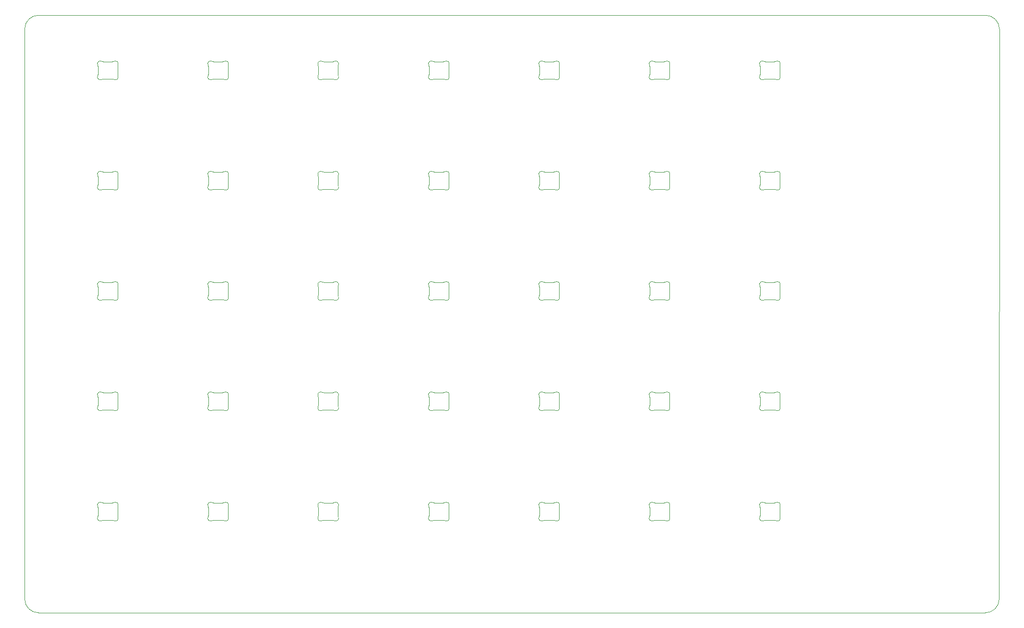
<source format=gm1>
%TF.GenerationSoftware,KiCad,Pcbnew,(6.0.6)*%
%TF.CreationDate,2022-08-07T16:47:02+08:00*%
%TF.ProjectId,5x07,35783037-2e6b-4696-9361-645f70636258,rev?*%
%TF.SameCoordinates,Original*%
%TF.FileFunction,Profile,NP*%
%FSLAX46Y46*%
G04 Gerber Fmt 4.6, Leading zero omitted, Abs format (unit mm)*
G04 Created by KiCad (PCBNEW (6.0.6)) date 2022-08-07 16:47:02*
%MOMM*%
%LPD*%
G01*
G04 APERTURE LIST*
%TA.AperFunction,Profile*%
%ADD10C,0.100000*%
%TD*%
G04 APERTURE END LIST*
D10*
X54768750Y-30162500D02*
G75*
G03*
X52387500Y-32543750I-50J-2381200D01*
G01*
X220662500Y-32543750D02*
G75*
G03*
X218281250Y-30162500I-2381200J50D01*
G01*
X52387500Y-130970172D02*
X52387500Y-32543750D01*
X218253460Y-133350010D02*
G75*
G03*
X220634710Y-130968750I40J2381210D01*
G01*
X52387578Y-130970172D02*
G75*
G03*
X54768750Y-133351422I2381322J72D01*
G01*
X220662500Y-32543750D02*
X220634710Y-130968750D01*
X54768750Y-30162500D02*
X218281250Y-30162500D01*
X218253460Y-133350000D02*
X54768750Y-133351422D01*
%TO.C,LED4*%
X123099298Y-41187500D02*
X124688203Y-41187500D01*
X124688202Y-38187501D02*
X123099298Y-38187501D01*
X122193751Y-40390341D02*
X122193751Y-38984657D01*
X125593749Y-40390343D02*
X125593749Y-38984659D01*
X122847039Y-38119204D02*
G75*
G03*
X122144266Y-38767781I-252258J-431700D01*
G01*
X124940461Y-41255799D02*
G75*
G03*
X125643234Y-40607221I252259J431699D01*
G01*
X125643235Y-38767779D02*
G75*
G03*
X125593749Y-38984656I450385J-216851D01*
G01*
X124688203Y-38187502D02*
G75*
G03*
X124940461Y-38119201I-93J500332D01*
G01*
X122144266Y-40607219D02*
G75*
G03*
X122193751Y-40390342I-450543J216885D01*
G01*
X124940461Y-41255798D02*
G75*
G03*
X124688202Y-41187499I-252161J-431342D01*
G01*
X123099297Y-41187501D02*
G75*
G03*
X122847039Y-41255800I3J-500009D01*
G01*
X125643234Y-38767779D02*
G75*
G03*
X124940461Y-38119201I-450514J216879D01*
G01*
X122193751Y-38984658D02*
G75*
G03*
X122144266Y-38767781I-499990J1D01*
G01*
X122847039Y-38119200D02*
G75*
G03*
X123099297Y-38187499I252166J431359D01*
G01*
X122144266Y-40607219D02*
G75*
G03*
X122847039Y-41255796I450515J-216877D01*
G01*
X125593735Y-40390341D02*
G75*
G03*
X125643234Y-40607219I499615J-59D01*
G01*
%TO.C,LED19*%
X106487499Y-78490343D02*
X106487499Y-77084659D01*
X103993048Y-79287500D02*
X105581953Y-79287500D01*
X105581952Y-76287501D02*
X103993048Y-76287501D01*
X103087501Y-78490341D02*
X103087501Y-77084657D01*
X105834211Y-79355799D02*
G75*
G03*
X106536984Y-78707221I252259J431699D01*
G01*
X103740789Y-76219204D02*
G75*
G03*
X103038016Y-76867781I-252258J-431700D01*
G01*
X106536985Y-76867779D02*
G75*
G03*
X106487499Y-77084656I450385J-216851D01*
G01*
X103740789Y-76219200D02*
G75*
G03*
X103993047Y-76287499I252166J431359D01*
G01*
X103038016Y-78707219D02*
G75*
G03*
X103087501Y-78490342I-450543J216885D01*
G01*
X103993047Y-79287501D02*
G75*
G03*
X103740789Y-79355800I3J-500009D01*
G01*
X105581953Y-76287502D02*
G75*
G03*
X105834211Y-76219201I-93J500332D01*
G01*
X106487485Y-78490341D02*
G75*
G03*
X106536984Y-78707219I499615J-59D01*
G01*
X106536984Y-76867779D02*
G75*
G03*
X105834211Y-76219201I-450514J216879D01*
G01*
X105834211Y-79355798D02*
G75*
G03*
X105581952Y-79287499I-252161J-431342D01*
G01*
X103087501Y-77084658D02*
G75*
G03*
X103038016Y-76867781I-499990J1D01*
G01*
X103038016Y-78707219D02*
G75*
G03*
X103740789Y-79355796I450515J-216877D01*
G01*
%TO.C,LED18*%
X123099298Y-79287500D02*
X124688203Y-79287500D01*
X124688202Y-76287501D02*
X123099298Y-76287501D01*
X125593749Y-78490343D02*
X125593749Y-77084659D01*
X122193751Y-78490341D02*
X122193751Y-77084657D01*
X122847039Y-76219204D02*
G75*
G03*
X122144266Y-76867781I-252258J-431700D01*
G01*
X122144266Y-78707219D02*
G75*
G03*
X122847039Y-79355796I450515J-216877D01*
G01*
X122193751Y-77084658D02*
G75*
G03*
X122144266Y-76867781I-499990J1D01*
G01*
X124940461Y-79355798D02*
G75*
G03*
X124688202Y-79287499I-252161J-431342D01*
G01*
X125643234Y-76867779D02*
G75*
G03*
X124940461Y-76219201I-450514J216879D01*
G01*
X125593735Y-78490341D02*
G75*
G03*
X125643234Y-78707219I499615J-59D01*
G01*
X124688203Y-76287502D02*
G75*
G03*
X124940461Y-76219201I-93J500332D01*
G01*
X123099297Y-79287501D02*
G75*
G03*
X122847039Y-79355800I3J-500009D01*
G01*
X122144266Y-78707219D02*
G75*
G03*
X122193751Y-78490342I-450543J216885D01*
G01*
X124940461Y-79355799D02*
G75*
G03*
X125643234Y-78707221I252259J431699D01*
G01*
X122847039Y-76219200D02*
G75*
G03*
X123099297Y-76287499I252166J431359D01*
G01*
X125643235Y-76867779D02*
G75*
G03*
X125593749Y-77084656I450385J-216851D01*
G01*
%TO.C,LED34*%
X87493749Y-116590343D02*
X87493749Y-115184659D01*
X86588202Y-114387501D02*
X84999298Y-114387501D01*
X84999298Y-117387500D02*
X86588203Y-117387500D01*
X84093751Y-116590341D02*
X84093751Y-115184657D01*
X87543235Y-114967779D02*
G75*
G03*
X87493749Y-115184656I450385J-216851D01*
G01*
X84093751Y-115184658D02*
G75*
G03*
X84044266Y-114967781I-499990J1D01*
G01*
X84747039Y-114319200D02*
G75*
G03*
X84999297Y-114387499I252166J431359D01*
G01*
X87493735Y-116590341D02*
G75*
G03*
X87543234Y-116807219I499615J-59D01*
G01*
X87543234Y-114967779D02*
G75*
G03*
X86840461Y-114319201I-450514J216879D01*
G01*
X86840461Y-117455798D02*
G75*
G03*
X86588202Y-117387499I-252161J-431342D01*
G01*
X84999297Y-117387501D02*
G75*
G03*
X84747039Y-117455800I3J-500009D01*
G01*
X86588203Y-114387502D02*
G75*
G03*
X86840461Y-114319201I-93J500332D01*
G01*
X84044266Y-116807219D02*
G75*
G03*
X84747039Y-117455796I450515J-216877D01*
G01*
X86840461Y-117455799D02*
G75*
G03*
X87543234Y-116807221I252259J431699D01*
G01*
X84044266Y-116807219D02*
G75*
G03*
X84093751Y-116590342I-450543J216885D01*
G01*
X84747039Y-114319204D02*
G75*
G03*
X84044266Y-114967781I-252258J-431700D01*
G01*
%TO.C,LED7*%
X65949298Y-41187500D02*
X67538203Y-41187500D01*
X65043751Y-40390341D02*
X65043751Y-38984657D01*
X68443749Y-40390343D02*
X68443749Y-38984659D01*
X67538202Y-38187501D02*
X65949298Y-38187501D01*
X65043751Y-38984658D02*
G75*
G03*
X64994266Y-38767781I-499990J1D01*
G01*
X64994266Y-40607219D02*
G75*
G03*
X65697039Y-41255796I450515J-216877D01*
G01*
X68493235Y-38767779D02*
G75*
G03*
X68443749Y-38984656I450385J-216851D01*
G01*
X67538203Y-38187502D02*
G75*
G03*
X67790461Y-38119201I-93J500332D01*
G01*
X68443735Y-40390341D02*
G75*
G03*
X68493234Y-40607219I499615J-59D01*
G01*
X67790461Y-41255798D02*
G75*
G03*
X67538202Y-41187499I-252161J-431342D01*
G01*
X65697039Y-38119200D02*
G75*
G03*
X65949297Y-38187499I252166J431359D01*
G01*
X64994266Y-40607219D02*
G75*
G03*
X65043751Y-40390342I-450543J216885D01*
G01*
X65949297Y-41187501D02*
G75*
G03*
X65697039Y-41255800I3J-500009D01*
G01*
X65697039Y-38119204D02*
G75*
G03*
X64994266Y-38767781I-252258J-431700D01*
G01*
X68493234Y-38767779D02*
G75*
G03*
X67790461Y-38119201I-450514J216879D01*
G01*
X67790461Y-41255799D02*
G75*
G03*
X68493234Y-40607221I252259J431699D01*
G01*
%TO.C,LED20*%
X84999298Y-79287500D02*
X86588203Y-79287500D01*
X84093751Y-78490341D02*
X84093751Y-77084657D01*
X87493749Y-78490343D02*
X87493749Y-77084659D01*
X86588202Y-76287501D02*
X84999298Y-76287501D01*
X84999297Y-79287501D02*
G75*
G03*
X84747039Y-79355800I3J-500009D01*
G01*
X84044266Y-78707219D02*
G75*
G03*
X84747039Y-79355796I450515J-216877D01*
G01*
X86588203Y-76287502D02*
G75*
G03*
X86840461Y-76219201I-93J500332D01*
G01*
X84044266Y-78707219D02*
G75*
G03*
X84093751Y-78490342I-450543J216885D01*
G01*
X84747039Y-76219204D02*
G75*
G03*
X84044266Y-76867781I-252258J-431700D01*
G01*
X87493735Y-78490341D02*
G75*
G03*
X87543234Y-78707219I499615J-59D01*
G01*
X86840461Y-79355799D02*
G75*
G03*
X87543234Y-78707221I252259J431699D01*
G01*
X87543234Y-76867779D02*
G75*
G03*
X86840461Y-76219201I-450514J216879D01*
G01*
X87543235Y-76867779D02*
G75*
G03*
X87493749Y-77084656I450385J-216851D01*
G01*
X86840461Y-79355798D02*
G75*
G03*
X86588202Y-79287499I-252161J-431342D01*
G01*
X84747039Y-76219200D02*
G75*
G03*
X84999297Y-76287499I252166J431359D01*
G01*
X84093751Y-77084658D02*
G75*
G03*
X84044266Y-76867781I-499990J1D01*
G01*
%TO.C,LED11*%
X125593749Y-59440343D02*
X125593749Y-58034659D01*
X122193751Y-59440341D02*
X122193751Y-58034657D01*
X124688202Y-57237501D02*
X123099298Y-57237501D01*
X123099298Y-60237500D02*
X124688203Y-60237500D01*
X124940461Y-60305799D02*
G75*
G03*
X125643234Y-59657221I252259J431699D01*
G01*
X122144266Y-59657219D02*
G75*
G03*
X122847039Y-60305796I450515J-216877D01*
G01*
X123099297Y-60237501D02*
G75*
G03*
X122847039Y-60305800I3J-500009D01*
G01*
X122847039Y-57169204D02*
G75*
G03*
X122144266Y-57817781I-252258J-431700D01*
G01*
X124688203Y-57237502D02*
G75*
G03*
X124940461Y-57169201I-93J500332D01*
G01*
X122847039Y-57169200D02*
G75*
G03*
X123099297Y-57237499I252166J431359D01*
G01*
X122144266Y-59657219D02*
G75*
G03*
X122193751Y-59440342I-450543J216885D01*
G01*
X125643235Y-57817779D02*
G75*
G03*
X125593749Y-58034656I450385J-216851D01*
G01*
X124940461Y-60305798D02*
G75*
G03*
X124688202Y-60237499I-252161J-431342D01*
G01*
X125643234Y-57817779D02*
G75*
G03*
X124940461Y-57169201I-450514J216879D01*
G01*
X122193751Y-58034658D02*
G75*
G03*
X122144266Y-57817781I-499990J1D01*
G01*
X125593735Y-59440341D02*
G75*
G03*
X125643234Y-59657219I499615J-59D01*
G01*
%TO.C,LED35*%
X68443749Y-116590343D02*
X68443749Y-115184659D01*
X67538202Y-114387501D02*
X65949298Y-114387501D01*
X65949298Y-117387500D02*
X67538203Y-117387500D01*
X65043751Y-116590341D02*
X65043751Y-115184657D01*
X68493235Y-114967779D02*
G75*
G03*
X68443749Y-115184656I450385J-216851D01*
G01*
X68443735Y-116590341D02*
G75*
G03*
X68493234Y-116807219I499615J-59D01*
G01*
X65949297Y-117387501D02*
G75*
G03*
X65697039Y-117455800I3J-500009D01*
G01*
X68493234Y-114967779D02*
G75*
G03*
X67790461Y-114319201I-450514J216879D01*
G01*
X64994266Y-116807219D02*
G75*
G03*
X65697039Y-117455796I450515J-216877D01*
G01*
X67538203Y-114387502D02*
G75*
G03*
X67790461Y-114319201I-93J500332D01*
G01*
X65697039Y-114319200D02*
G75*
G03*
X65949297Y-114387499I252166J431359D01*
G01*
X65697039Y-114319204D02*
G75*
G03*
X64994266Y-114967781I-252258J-431700D01*
G01*
X64994266Y-116807219D02*
G75*
G03*
X65043751Y-116590342I-450543J216885D01*
G01*
X67790461Y-117455799D02*
G75*
G03*
X68493234Y-116807221I252259J431699D01*
G01*
X65043751Y-115184658D02*
G75*
G03*
X64994266Y-114967781I-499990J1D01*
G01*
X67790461Y-117455798D02*
G75*
G03*
X67538202Y-117387499I-252161J-431342D01*
G01*
%TO.C,LED5*%
X103993048Y-41187500D02*
X105581953Y-41187500D01*
X103087501Y-40390341D02*
X103087501Y-38984657D01*
X106487499Y-40390343D02*
X106487499Y-38984659D01*
X105581952Y-38187501D02*
X103993048Y-38187501D01*
X103740789Y-38119204D02*
G75*
G03*
X103038016Y-38767781I-252258J-431700D01*
G01*
X103038016Y-40607219D02*
G75*
G03*
X103087501Y-40390342I-450543J216885D01*
G01*
X105834211Y-41255799D02*
G75*
G03*
X106536984Y-40607221I252259J431699D01*
G01*
X103087501Y-38984658D02*
G75*
G03*
X103038016Y-38767781I-499990J1D01*
G01*
X103993047Y-41187501D02*
G75*
G03*
X103740789Y-41255800I3J-500009D01*
G01*
X106536985Y-38767779D02*
G75*
G03*
X106487499Y-38984656I450385J-216851D01*
G01*
X103740789Y-38119200D02*
G75*
G03*
X103993047Y-38187499I252166J431359D01*
G01*
X105581953Y-38187502D02*
G75*
G03*
X105834211Y-38119201I-93J500332D01*
G01*
X106487485Y-40390341D02*
G75*
G03*
X106536984Y-40607219I499615J-59D01*
G01*
X103038016Y-40607219D02*
G75*
G03*
X103740789Y-41255796I450515J-216877D01*
G01*
X105834211Y-41255798D02*
G75*
G03*
X105581952Y-41187499I-252161J-431342D01*
G01*
X106536984Y-38767779D02*
G75*
G03*
X105834211Y-38119201I-450514J216879D01*
G01*
%TO.C,LED24*%
X142149298Y-98337500D02*
X143738203Y-98337500D01*
X143738202Y-95337501D02*
X142149298Y-95337501D01*
X144643749Y-97540343D02*
X144643749Y-96134659D01*
X141243751Y-97540341D02*
X141243751Y-96134657D01*
X141194266Y-97757219D02*
G75*
G03*
X141897039Y-98405796I450515J-216877D01*
G01*
X141897039Y-95269200D02*
G75*
G03*
X142149297Y-95337499I252166J431359D01*
G01*
X144643735Y-97540341D02*
G75*
G03*
X144693234Y-97757219I499615J-59D01*
G01*
X142149297Y-98337501D02*
G75*
G03*
X141897039Y-98405800I3J-500009D01*
G01*
X143738203Y-95337502D02*
G75*
G03*
X143990461Y-95269201I-93J500332D01*
G01*
X144693235Y-95917779D02*
G75*
G03*
X144643749Y-96134656I450385J-216851D01*
G01*
X141243751Y-96134658D02*
G75*
G03*
X141194266Y-95917781I-499990J1D01*
G01*
X141194266Y-97757219D02*
G75*
G03*
X141243751Y-97540342I-450543J216885D01*
G01*
X141897039Y-95269204D02*
G75*
G03*
X141194266Y-95917781I-252258J-431700D01*
G01*
X143990461Y-98405798D02*
G75*
G03*
X143738202Y-98337499I-252161J-431342D01*
G01*
X144693234Y-95917779D02*
G75*
G03*
X143990461Y-95269201I-450514J216879D01*
G01*
X143990461Y-98405799D02*
G75*
G03*
X144693234Y-97757221I252259J431699D01*
G01*
%TO.C,LED13*%
X86588202Y-57237501D02*
X84999298Y-57237501D01*
X84999298Y-60237500D02*
X86588203Y-60237500D01*
X87493749Y-59440343D02*
X87493749Y-58034659D01*
X84093751Y-59440341D02*
X84093751Y-58034657D01*
X87543234Y-57817779D02*
G75*
G03*
X86840461Y-57169201I-450514J216879D01*
G01*
X84747039Y-57169204D02*
G75*
G03*
X84044266Y-57817781I-252258J-431700D01*
G01*
X86588203Y-57237502D02*
G75*
G03*
X86840461Y-57169201I-93J500332D01*
G01*
X84747039Y-57169200D02*
G75*
G03*
X84999297Y-57237499I252166J431359D01*
G01*
X84999297Y-60237501D02*
G75*
G03*
X84747039Y-60305800I3J-500009D01*
G01*
X84044266Y-59657219D02*
G75*
G03*
X84093751Y-59440342I-450543J216885D01*
G01*
X87493735Y-59440341D02*
G75*
G03*
X87543234Y-59657219I499615J-59D01*
G01*
X86840461Y-60305798D02*
G75*
G03*
X86588202Y-60237499I-252161J-431342D01*
G01*
X86840461Y-60305799D02*
G75*
G03*
X87543234Y-59657221I252259J431699D01*
G01*
X84044266Y-59657219D02*
G75*
G03*
X84747039Y-60305796I450515J-216877D01*
G01*
X84093751Y-58034658D02*
G75*
G03*
X84044266Y-57817781I-499990J1D01*
G01*
X87543235Y-57817779D02*
G75*
G03*
X87493749Y-58034656I450385J-216851D01*
G01*
%TO.C,LED8*%
X181838202Y-57237501D02*
X180249298Y-57237501D01*
X180249298Y-60237500D02*
X181838203Y-60237500D01*
X179343751Y-59440341D02*
X179343751Y-58034657D01*
X182743749Y-59440343D02*
X182743749Y-58034659D01*
X179997039Y-57169200D02*
G75*
G03*
X180249297Y-57237499I252166J431359D01*
G01*
X182743735Y-59440341D02*
G75*
G03*
X182793234Y-59657219I499615J-59D01*
G01*
X182090461Y-60305799D02*
G75*
G03*
X182793234Y-59657221I252259J431699D01*
G01*
X182793235Y-57817779D02*
G75*
G03*
X182743749Y-58034656I450385J-216851D01*
G01*
X180249297Y-60237501D02*
G75*
G03*
X179997039Y-60305800I3J-500009D01*
G01*
X179343751Y-58034658D02*
G75*
G03*
X179294266Y-57817781I-499990J1D01*
G01*
X179997039Y-57169204D02*
G75*
G03*
X179294266Y-57817781I-252258J-431700D01*
G01*
X182090461Y-60305798D02*
G75*
G03*
X181838202Y-60237499I-252161J-431342D01*
G01*
X179294266Y-59657219D02*
G75*
G03*
X179343751Y-59440342I-450543J216885D01*
G01*
X179294266Y-59657219D02*
G75*
G03*
X179997039Y-60305796I450515J-216877D01*
G01*
X181838203Y-57237502D02*
G75*
G03*
X182090461Y-57169201I-93J500332D01*
G01*
X182793234Y-57817779D02*
G75*
G03*
X182090461Y-57169201I-450514J216879D01*
G01*
%TO.C,LED25*%
X123099298Y-98337500D02*
X124688203Y-98337500D01*
X125593749Y-97540343D02*
X125593749Y-96134659D01*
X124688202Y-95337501D02*
X123099298Y-95337501D01*
X122193751Y-97540341D02*
X122193751Y-96134657D01*
X125593735Y-97540341D02*
G75*
G03*
X125643234Y-97757219I499615J-59D01*
G01*
X125643234Y-95917779D02*
G75*
G03*
X124940461Y-95269201I-450514J216879D01*
G01*
X124688203Y-95337502D02*
G75*
G03*
X124940461Y-95269201I-93J500332D01*
G01*
X122193751Y-96134658D02*
G75*
G03*
X122144266Y-95917781I-499990J1D01*
G01*
X122847039Y-95269204D02*
G75*
G03*
X122144266Y-95917781I-252258J-431700D01*
G01*
X124940461Y-98405799D02*
G75*
G03*
X125643234Y-97757221I252259J431699D01*
G01*
X125643235Y-95917779D02*
G75*
G03*
X125593749Y-96134656I450385J-216851D01*
G01*
X122144266Y-97757219D02*
G75*
G03*
X122193751Y-97540342I-450543J216885D01*
G01*
X122847039Y-95269200D02*
G75*
G03*
X123099297Y-95337499I252166J431359D01*
G01*
X122144266Y-97757219D02*
G75*
G03*
X122847039Y-98405796I450515J-216877D01*
G01*
X123099297Y-98337501D02*
G75*
G03*
X122847039Y-98405800I3J-500009D01*
G01*
X124940461Y-98405798D02*
G75*
G03*
X124688202Y-98337499I-252161J-431342D01*
G01*
%TO.C,LED17*%
X141243751Y-78490341D02*
X141243751Y-77084657D01*
X142149298Y-79287500D02*
X143738203Y-79287500D01*
X143738202Y-76287501D02*
X142149298Y-76287501D01*
X144643749Y-78490343D02*
X144643749Y-77084659D01*
X141194266Y-78707219D02*
G75*
G03*
X141897039Y-79355796I450515J-216877D01*
G01*
X144643735Y-78490341D02*
G75*
G03*
X144693234Y-78707219I499615J-59D01*
G01*
X143738203Y-76287502D02*
G75*
G03*
X143990461Y-76219201I-93J500332D01*
G01*
X141194266Y-78707219D02*
G75*
G03*
X141243751Y-78490342I-450543J216885D01*
G01*
X143990461Y-79355798D02*
G75*
G03*
X143738202Y-79287499I-252161J-431342D01*
G01*
X144693234Y-76867779D02*
G75*
G03*
X143990461Y-76219201I-450514J216879D01*
G01*
X141897039Y-76219200D02*
G75*
G03*
X142149297Y-76287499I252166J431359D01*
G01*
X143990461Y-79355799D02*
G75*
G03*
X144693234Y-78707221I252259J431699D01*
G01*
X141897039Y-76219204D02*
G75*
G03*
X141194266Y-76867781I-252258J-431700D01*
G01*
X144693235Y-76867779D02*
G75*
G03*
X144643749Y-77084656I450385J-216851D01*
G01*
X142149297Y-79287501D02*
G75*
G03*
X141897039Y-79355800I3J-500009D01*
G01*
X141243751Y-77084658D02*
G75*
G03*
X141194266Y-76867781I-499990J1D01*
G01*
%TO.C,LED30*%
X160293751Y-116590341D02*
X160293751Y-115184657D01*
X163693749Y-116590343D02*
X163693749Y-115184659D01*
X162788202Y-114387501D02*
X161199298Y-114387501D01*
X161199298Y-117387500D02*
X162788203Y-117387500D01*
X161199297Y-117387501D02*
G75*
G03*
X160947039Y-117455800I3J-500009D01*
G01*
X160244266Y-116807219D02*
G75*
G03*
X160293751Y-116590342I-450543J216885D01*
G01*
X162788203Y-114387502D02*
G75*
G03*
X163040461Y-114319201I-93J500332D01*
G01*
X160293751Y-115184658D02*
G75*
G03*
X160244266Y-114967781I-499990J1D01*
G01*
X160244266Y-116807219D02*
G75*
G03*
X160947039Y-117455796I450515J-216877D01*
G01*
X163040461Y-117455799D02*
G75*
G03*
X163743234Y-116807221I252259J431699D01*
G01*
X163693735Y-116590341D02*
G75*
G03*
X163743234Y-116807219I499615J-59D01*
G01*
X163743235Y-114967779D02*
G75*
G03*
X163693749Y-115184656I450385J-216851D01*
G01*
X163040461Y-117455798D02*
G75*
G03*
X162788202Y-117387499I-252161J-431342D01*
G01*
X163743234Y-114967779D02*
G75*
G03*
X163040461Y-114319201I-450514J216879D01*
G01*
X160947039Y-114319200D02*
G75*
G03*
X161199297Y-114387499I252166J431359D01*
G01*
X160947039Y-114319204D02*
G75*
G03*
X160244266Y-114967781I-252258J-431700D01*
G01*
%TO.C,LED27*%
X86588202Y-95337501D02*
X84999298Y-95337501D01*
X84093751Y-97540341D02*
X84093751Y-96134657D01*
X87493749Y-97540343D02*
X87493749Y-96134659D01*
X84999298Y-98337500D02*
X86588203Y-98337500D01*
X84093751Y-96134658D02*
G75*
G03*
X84044266Y-95917781I-499990J1D01*
G01*
X84999297Y-98337501D02*
G75*
G03*
X84747039Y-98405800I3J-500009D01*
G01*
X87543234Y-95917779D02*
G75*
G03*
X86840461Y-95269201I-450514J216879D01*
G01*
X86840461Y-98405798D02*
G75*
G03*
X86588202Y-98337499I-252161J-431342D01*
G01*
X84044266Y-97757219D02*
G75*
G03*
X84747039Y-98405796I450515J-216877D01*
G01*
X87543235Y-95917779D02*
G75*
G03*
X87493749Y-96134656I450385J-216851D01*
G01*
X84747039Y-95269204D02*
G75*
G03*
X84044266Y-95917781I-252258J-431700D01*
G01*
X84747039Y-95269200D02*
G75*
G03*
X84999297Y-95337499I252166J431359D01*
G01*
X87493735Y-97540341D02*
G75*
G03*
X87543234Y-97757219I499615J-59D01*
G01*
X84044266Y-97757219D02*
G75*
G03*
X84093751Y-97540342I-450543J216885D01*
G01*
X86840461Y-98405799D02*
G75*
G03*
X87543234Y-97757221I252259J431699D01*
G01*
X86588203Y-95337502D02*
G75*
G03*
X86840461Y-95269201I-93J500332D01*
G01*
%TO.C,LED1*%
X182743749Y-40390343D02*
X182743749Y-38984659D01*
X180249298Y-41187500D02*
X181838203Y-41187500D01*
X181838202Y-38187501D02*
X180249298Y-38187501D01*
X179343751Y-40390341D02*
X179343751Y-38984657D01*
X179343751Y-38984658D02*
G75*
G03*
X179294266Y-38767781I-499990J1D01*
G01*
X179294266Y-40607219D02*
G75*
G03*
X179343751Y-40390342I-450543J216885D01*
G01*
X180249297Y-41187501D02*
G75*
G03*
X179997039Y-41255800I3J-500009D01*
G01*
X182743735Y-40390341D02*
G75*
G03*
X182793234Y-40607219I499615J-59D01*
G01*
X182090461Y-41255798D02*
G75*
G03*
X181838202Y-41187499I-252161J-431342D01*
G01*
X182793234Y-38767779D02*
G75*
G03*
X182090461Y-38119201I-450514J216879D01*
G01*
X181838203Y-38187502D02*
G75*
G03*
X182090461Y-38119201I-93J500332D01*
G01*
X179997039Y-38119204D02*
G75*
G03*
X179294266Y-38767781I-252258J-431700D01*
G01*
X179997039Y-38119200D02*
G75*
G03*
X180249297Y-38187499I252166J431359D01*
G01*
X182793235Y-38767779D02*
G75*
G03*
X182743749Y-38984656I450385J-216851D01*
G01*
X179294266Y-40607219D02*
G75*
G03*
X179997039Y-41255796I450515J-216877D01*
G01*
X182090461Y-41255799D02*
G75*
G03*
X182793234Y-40607221I252259J431699D01*
G01*
%TO.C,LED14*%
X65949298Y-60237500D02*
X67538203Y-60237500D01*
X67538202Y-57237501D02*
X65949298Y-57237501D01*
X65043751Y-59440341D02*
X65043751Y-58034657D01*
X68443749Y-59440343D02*
X68443749Y-58034659D01*
X64994266Y-59657219D02*
G75*
G03*
X65697039Y-60305796I450515J-216877D01*
G01*
X67790461Y-60305799D02*
G75*
G03*
X68493234Y-59657221I252259J431699D01*
G01*
X68443735Y-59440341D02*
G75*
G03*
X68493234Y-59657219I499615J-59D01*
G01*
X67538203Y-57237502D02*
G75*
G03*
X67790461Y-57169201I-93J500332D01*
G01*
X68493235Y-57817779D02*
G75*
G03*
X68443749Y-58034656I450385J-216851D01*
G01*
X65043751Y-58034658D02*
G75*
G03*
X64994266Y-57817781I-499990J1D01*
G01*
X65949297Y-60237501D02*
G75*
G03*
X65697039Y-60305800I3J-500009D01*
G01*
X67790461Y-60305798D02*
G75*
G03*
X67538202Y-60237499I-252161J-431342D01*
G01*
X65697039Y-57169200D02*
G75*
G03*
X65949297Y-57237499I252166J431359D01*
G01*
X64994266Y-59657219D02*
G75*
G03*
X65043751Y-59440342I-450543J216885D01*
G01*
X65697039Y-57169204D02*
G75*
G03*
X64994266Y-57817781I-252258J-431700D01*
G01*
X68493234Y-57817779D02*
G75*
G03*
X67790461Y-57169201I-450514J216879D01*
G01*
%TO.C,LED28*%
X68443749Y-97540343D02*
X68443749Y-96134659D01*
X65043751Y-97540341D02*
X65043751Y-96134657D01*
X67538202Y-95337501D02*
X65949298Y-95337501D01*
X65949298Y-98337500D02*
X67538203Y-98337500D01*
X68493234Y-95917779D02*
G75*
G03*
X67790461Y-95269201I-450514J216879D01*
G01*
X65697039Y-95269204D02*
G75*
G03*
X64994266Y-95917781I-252258J-431700D01*
G01*
X68493235Y-95917779D02*
G75*
G03*
X68443749Y-96134656I450385J-216851D01*
G01*
X64994266Y-97757219D02*
G75*
G03*
X65697039Y-98405796I450515J-216877D01*
G01*
X65949297Y-98337501D02*
G75*
G03*
X65697039Y-98405800I3J-500009D01*
G01*
X64994266Y-97757219D02*
G75*
G03*
X65043751Y-97540342I-450543J216885D01*
G01*
X68443735Y-97540341D02*
G75*
G03*
X68493234Y-97757219I499615J-59D01*
G01*
X67790461Y-98405799D02*
G75*
G03*
X68493234Y-97757221I252259J431699D01*
G01*
X67790461Y-98405798D02*
G75*
G03*
X67538202Y-98337499I-252161J-431342D01*
G01*
X67538203Y-95337502D02*
G75*
G03*
X67790461Y-95269201I-93J500332D01*
G01*
X65697039Y-95269200D02*
G75*
G03*
X65949297Y-95337499I252166J431359D01*
G01*
X65043751Y-96134658D02*
G75*
G03*
X64994266Y-95917781I-499990J1D01*
G01*
%TO.C,LED15*%
X179343751Y-78490341D02*
X179343751Y-77084657D01*
X182743749Y-78490343D02*
X182743749Y-77084659D01*
X181838202Y-76287501D02*
X180249298Y-76287501D01*
X180249298Y-79287500D02*
X181838203Y-79287500D01*
X179997039Y-76219204D02*
G75*
G03*
X179294266Y-76867781I-252258J-431700D01*
G01*
X179294266Y-78707219D02*
G75*
G03*
X179997039Y-79355796I450515J-216877D01*
G01*
X179997039Y-76219200D02*
G75*
G03*
X180249297Y-76287499I252166J431359D01*
G01*
X182743735Y-78490341D02*
G75*
G03*
X182793234Y-78707219I499615J-59D01*
G01*
X182793235Y-76867779D02*
G75*
G03*
X182743749Y-77084656I450385J-216851D01*
G01*
X179343751Y-77084658D02*
G75*
G03*
X179294266Y-76867781I-499990J1D01*
G01*
X182090461Y-79355799D02*
G75*
G03*
X182793234Y-78707221I252259J431699D01*
G01*
X182090461Y-79355798D02*
G75*
G03*
X181838202Y-79287499I-252161J-431342D01*
G01*
X181838203Y-76287502D02*
G75*
G03*
X182090461Y-76219201I-93J500332D01*
G01*
X182793234Y-76867779D02*
G75*
G03*
X182090461Y-76219201I-450514J216879D01*
G01*
X179294266Y-78707219D02*
G75*
G03*
X179343751Y-78490342I-450543J216885D01*
G01*
X180249297Y-79287501D02*
G75*
G03*
X179997039Y-79355800I3J-500009D01*
G01*
%TO.C,LED32*%
X125593749Y-116590343D02*
X125593749Y-115184659D01*
X124688202Y-114387501D02*
X123099298Y-114387501D01*
X122193751Y-116590341D02*
X122193751Y-115184657D01*
X123099298Y-117387500D02*
X124688203Y-117387500D01*
X124688203Y-114387502D02*
G75*
G03*
X124940461Y-114319201I-93J500332D01*
G01*
X122144266Y-116807219D02*
G75*
G03*
X122193751Y-116590342I-450543J216885D01*
G01*
X125643234Y-114967779D02*
G75*
G03*
X124940461Y-114319201I-450514J216879D01*
G01*
X122193751Y-115184658D02*
G75*
G03*
X122144266Y-114967781I-499990J1D01*
G01*
X122847039Y-114319200D02*
G75*
G03*
X123099297Y-114387499I252166J431359D01*
G01*
X124940461Y-117455798D02*
G75*
G03*
X124688202Y-117387499I-252161J-431342D01*
G01*
X125593735Y-116590341D02*
G75*
G03*
X125643234Y-116807219I499615J-59D01*
G01*
X122144266Y-116807219D02*
G75*
G03*
X122847039Y-117455796I450515J-216877D01*
G01*
X124940461Y-117455799D02*
G75*
G03*
X125643234Y-116807221I252259J431699D01*
G01*
X125643235Y-114967779D02*
G75*
G03*
X125593749Y-115184656I450385J-216851D01*
G01*
X122847039Y-114319204D02*
G75*
G03*
X122144266Y-114967781I-252258J-431700D01*
G01*
X123099297Y-117387501D02*
G75*
G03*
X122847039Y-117455800I3J-500009D01*
G01*
%TO.C,LED21*%
X67538202Y-76287501D02*
X65949298Y-76287501D01*
X68443749Y-78490343D02*
X68443749Y-77084659D01*
X65949298Y-79287500D02*
X67538203Y-79287500D01*
X65043751Y-78490341D02*
X65043751Y-77084657D01*
X67790461Y-79355798D02*
G75*
G03*
X67538202Y-79287499I-252161J-431342D01*
G01*
X65697039Y-76219204D02*
G75*
G03*
X64994266Y-76867781I-252258J-431700D01*
G01*
X68493234Y-76867779D02*
G75*
G03*
X67790461Y-76219201I-450514J216879D01*
G01*
X68443735Y-78490341D02*
G75*
G03*
X68493234Y-78707219I499615J-59D01*
G01*
X64994266Y-78707219D02*
G75*
G03*
X65043751Y-78490342I-450543J216885D01*
G01*
X67790461Y-79355799D02*
G75*
G03*
X68493234Y-78707221I252259J431699D01*
G01*
X65949297Y-79287501D02*
G75*
G03*
X65697039Y-79355800I3J-500009D01*
G01*
X65043751Y-77084658D02*
G75*
G03*
X64994266Y-76867781I-499990J1D01*
G01*
X67538203Y-76287502D02*
G75*
G03*
X67790461Y-76219201I-93J500332D01*
G01*
X65697039Y-76219200D02*
G75*
G03*
X65949297Y-76287499I252166J431359D01*
G01*
X64994266Y-78707219D02*
G75*
G03*
X65697039Y-79355796I450515J-216877D01*
G01*
X68493235Y-76867779D02*
G75*
G03*
X68443749Y-77084656I450385J-216851D01*
G01*
%TO.C,LED6*%
X87493749Y-40390343D02*
X87493749Y-38984659D01*
X84093751Y-40390341D02*
X84093751Y-38984657D01*
X86588202Y-38187501D02*
X84999298Y-38187501D01*
X84999298Y-41187500D02*
X86588203Y-41187500D01*
X84747039Y-38119204D02*
G75*
G03*
X84044266Y-38767781I-252258J-431700D01*
G01*
X87543235Y-38767779D02*
G75*
G03*
X87493749Y-38984656I450385J-216851D01*
G01*
X87493735Y-40390341D02*
G75*
G03*
X87543234Y-40607219I499615J-59D01*
G01*
X86840461Y-41255798D02*
G75*
G03*
X86588202Y-41187499I-252161J-431342D01*
G01*
X84747039Y-38119200D02*
G75*
G03*
X84999297Y-38187499I252166J431359D01*
G01*
X84999297Y-41187501D02*
G75*
G03*
X84747039Y-41255800I3J-500009D01*
G01*
X84044266Y-40607219D02*
G75*
G03*
X84747039Y-41255796I450515J-216877D01*
G01*
X86588203Y-38187502D02*
G75*
G03*
X86840461Y-38119201I-93J500332D01*
G01*
X84044266Y-40607219D02*
G75*
G03*
X84093751Y-40390342I-450543J216885D01*
G01*
X86840461Y-41255799D02*
G75*
G03*
X87543234Y-40607221I252259J431699D01*
G01*
X84093751Y-38984658D02*
G75*
G03*
X84044266Y-38767781I-499990J1D01*
G01*
X87543234Y-38767779D02*
G75*
G03*
X86840461Y-38119201I-450514J216879D01*
G01*
%TO.C,LED23*%
X160293751Y-97540341D02*
X160293751Y-96134657D01*
X162788202Y-95337501D02*
X161199298Y-95337501D01*
X163693749Y-97540343D02*
X163693749Y-96134659D01*
X161199298Y-98337500D02*
X162788203Y-98337500D01*
X163040461Y-98405798D02*
G75*
G03*
X162788202Y-98337499I-252161J-431342D01*
G01*
X163040461Y-98405799D02*
G75*
G03*
X163743234Y-97757221I252259J431699D01*
G01*
X163743234Y-95917779D02*
G75*
G03*
X163040461Y-95269201I-450514J216879D01*
G01*
X160244266Y-97757219D02*
G75*
G03*
X160293751Y-97540342I-450543J216885D01*
G01*
X160947039Y-95269200D02*
G75*
G03*
X161199297Y-95337499I252166J431359D01*
G01*
X163743235Y-95917779D02*
G75*
G03*
X163693749Y-96134656I450385J-216851D01*
G01*
X162788203Y-95337502D02*
G75*
G03*
X163040461Y-95269201I-93J500332D01*
G01*
X160293751Y-96134658D02*
G75*
G03*
X160244266Y-95917781I-499990J1D01*
G01*
X160947039Y-95269204D02*
G75*
G03*
X160244266Y-95917781I-252258J-431700D01*
G01*
X161199297Y-98337501D02*
G75*
G03*
X160947039Y-98405800I3J-500009D01*
G01*
X163693735Y-97540341D02*
G75*
G03*
X163743234Y-97757219I499615J-59D01*
G01*
X160244266Y-97757219D02*
G75*
G03*
X160947039Y-98405796I450515J-216877D01*
G01*
%TO.C,LED29*%
X181838202Y-114387501D02*
X180249298Y-114387501D01*
X180249298Y-117387500D02*
X181838203Y-117387500D01*
X182743749Y-116590343D02*
X182743749Y-115184659D01*
X179343751Y-116590341D02*
X179343751Y-115184657D01*
X179997039Y-114319204D02*
G75*
G03*
X179294266Y-114967781I-252258J-431700D01*
G01*
X182793234Y-114967779D02*
G75*
G03*
X182090461Y-114319201I-450514J216879D01*
G01*
X179294266Y-116807219D02*
G75*
G03*
X179997039Y-117455796I450515J-216877D01*
G01*
X182090461Y-117455798D02*
G75*
G03*
X181838202Y-117387499I-252161J-431342D01*
G01*
X180249297Y-117387501D02*
G75*
G03*
X179997039Y-117455800I3J-500009D01*
G01*
X179294266Y-116807219D02*
G75*
G03*
X179343751Y-116590342I-450543J216885D01*
G01*
X182743735Y-116590341D02*
G75*
G03*
X182793234Y-116807219I499615J-59D01*
G01*
X182090461Y-117455799D02*
G75*
G03*
X182793234Y-116807221I252259J431699D01*
G01*
X179997039Y-114319200D02*
G75*
G03*
X180249297Y-114387499I252166J431359D01*
G01*
X181838203Y-114387502D02*
G75*
G03*
X182090461Y-114319201I-93J500332D01*
G01*
X179343751Y-115184658D02*
G75*
G03*
X179294266Y-114967781I-499990J1D01*
G01*
X182793235Y-114967779D02*
G75*
G03*
X182743749Y-115184656I450385J-216851D01*
G01*
%TO.C,LED16*%
X160293751Y-78490341D02*
X160293751Y-77084657D01*
X161199298Y-79287500D02*
X162788203Y-79287500D01*
X162788202Y-76287501D02*
X161199298Y-76287501D01*
X163693749Y-78490343D02*
X163693749Y-77084659D01*
X160244266Y-78707219D02*
G75*
G03*
X160293751Y-78490342I-450543J216885D01*
G01*
X160947039Y-76219204D02*
G75*
G03*
X160244266Y-76867781I-252258J-431700D01*
G01*
X163693735Y-78490341D02*
G75*
G03*
X163743234Y-78707219I499615J-59D01*
G01*
X160244266Y-78707219D02*
G75*
G03*
X160947039Y-79355796I450515J-216877D01*
G01*
X160947039Y-76219200D02*
G75*
G03*
X161199297Y-76287499I252166J431359D01*
G01*
X163040461Y-79355798D02*
G75*
G03*
X162788202Y-79287499I-252161J-431342D01*
G01*
X163743235Y-76867779D02*
G75*
G03*
X163693749Y-77084656I450385J-216851D01*
G01*
X163743234Y-76867779D02*
G75*
G03*
X163040461Y-76219201I-450514J216879D01*
G01*
X162788203Y-76287502D02*
G75*
G03*
X163040461Y-76219201I-93J500332D01*
G01*
X160293751Y-77084658D02*
G75*
G03*
X160244266Y-76867781I-499990J1D01*
G01*
X163040461Y-79355799D02*
G75*
G03*
X163743234Y-78707221I252259J431699D01*
G01*
X161199297Y-79287501D02*
G75*
G03*
X160947039Y-79355800I3J-500009D01*
G01*
%TO.C,LED3*%
X141243751Y-40390341D02*
X141243751Y-38984657D01*
X142149298Y-41187500D02*
X143738203Y-41187500D01*
X143738202Y-38187501D02*
X142149298Y-38187501D01*
X144643749Y-40390343D02*
X144643749Y-38984659D01*
X143990461Y-41255798D02*
G75*
G03*
X143738202Y-41187499I-252161J-431342D01*
G01*
X141243751Y-38984658D02*
G75*
G03*
X141194266Y-38767781I-499990J1D01*
G01*
X141897039Y-38119200D02*
G75*
G03*
X142149297Y-38187499I252166J431359D01*
G01*
X141897039Y-38119204D02*
G75*
G03*
X141194266Y-38767781I-252258J-431700D01*
G01*
X144693235Y-38767779D02*
G75*
G03*
X144643749Y-38984656I450385J-216851D01*
G01*
X143738203Y-38187502D02*
G75*
G03*
X143990461Y-38119201I-93J500332D01*
G01*
X143990461Y-41255799D02*
G75*
G03*
X144693234Y-40607221I252259J431699D01*
G01*
X144693234Y-38767779D02*
G75*
G03*
X143990461Y-38119201I-450514J216879D01*
G01*
X141194266Y-40607219D02*
G75*
G03*
X141243751Y-40390342I-450543J216885D01*
G01*
X142149297Y-41187501D02*
G75*
G03*
X141897039Y-41255800I3J-500009D01*
G01*
X144643735Y-40390341D02*
G75*
G03*
X144693234Y-40607219I499615J-59D01*
G01*
X141194266Y-40607219D02*
G75*
G03*
X141897039Y-41255796I450515J-216877D01*
G01*
%TO.C,LED22*%
X181838202Y-95337501D02*
X180249298Y-95337501D01*
X182743749Y-97540343D02*
X182743749Y-96134659D01*
X179343751Y-97540341D02*
X179343751Y-96134657D01*
X180249298Y-98337500D02*
X181838203Y-98337500D01*
X179997039Y-95269200D02*
G75*
G03*
X180249297Y-95337499I252166J431359D01*
G01*
X179997039Y-95269204D02*
G75*
G03*
X179294266Y-95917781I-252258J-431700D01*
G01*
X182743735Y-97540341D02*
G75*
G03*
X182793234Y-97757219I499615J-59D01*
G01*
X182090461Y-98405799D02*
G75*
G03*
X182793234Y-97757221I252259J431699D01*
G01*
X182793235Y-95917779D02*
G75*
G03*
X182743749Y-96134656I450385J-216851D01*
G01*
X182793234Y-95917779D02*
G75*
G03*
X182090461Y-95269201I-450514J216879D01*
G01*
X179343751Y-96134658D02*
G75*
G03*
X179294266Y-95917781I-499990J1D01*
G01*
X182090461Y-98405798D02*
G75*
G03*
X181838202Y-98337499I-252161J-431342D01*
G01*
X179294266Y-97757219D02*
G75*
G03*
X179997039Y-98405796I450515J-216877D01*
G01*
X179294266Y-97757219D02*
G75*
G03*
X179343751Y-97540342I-450543J216885D01*
G01*
X181838203Y-95337502D02*
G75*
G03*
X182090461Y-95269201I-93J500332D01*
G01*
X180249297Y-98337501D02*
G75*
G03*
X179997039Y-98405800I3J-500009D01*
G01*
%TO.C,LED26*%
X105581952Y-95337501D02*
X103993048Y-95337501D01*
X103993048Y-98337500D02*
X105581953Y-98337500D01*
X106487499Y-97540343D02*
X106487499Y-96134659D01*
X103087501Y-97540341D02*
X103087501Y-96134657D01*
X103740789Y-95269200D02*
G75*
G03*
X103993047Y-95337499I252166J431359D01*
G01*
X103087501Y-96134658D02*
G75*
G03*
X103038016Y-95917781I-499990J1D01*
G01*
X103038016Y-97757219D02*
G75*
G03*
X103087501Y-97540342I-450543J216885D01*
G01*
X103740789Y-95269204D02*
G75*
G03*
X103038016Y-95917781I-252258J-431700D01*
G01*
X106536984Y-95917779D02*
G75*
G03*
X105834211Y-95269201I-450514J216879D01*
G01*
X105581953Y-95337502D02*
G75*
G03*
X105834211Y-95269201I-93J500332D01*
G01*
X106487485Y-97540341D02*
G75*
G03*
X106536984Y-97757219I499615J-59D01*
G01*
X105834211Y-98405799D02*
G75*
G03*
X106536984Y-97757221I252259J431699D01*
G01*
X103993047Y-98337501D02*
G75*
G03*
X103740789Y-98405800I3J-500009D01*
G01*
X106536985Y-95917779D02*
G75*
G03*
X106487499Y-96134656I450385J-216851D01*
G01*
X103038016Y-97757219D02*
G75*
G03*
X103740789Y-98405796I450515J-216877D01*
G01*
X105834211Y-98405798D02*
G75*
G03*
X105581952Y-98337499I-252161J-431342D01*
G01*
%TO.C,LED33*%
X106487499Y-116590343D02*
X106487499Y-115184659D01*
X105581952Y-114387501D02*
X103993048Y-114387501D01*
X103993048Y-117387500D02*
X105581953Y-117387500D01*
X103087501Y-116590341D02*
X103087501Y-115184657D01*
X105834211Y-117455799D02*
G75*
G03*
X106536984Y-116807221I252259J431699D01*
G01*
X103038016Y-116807219D02*
G75*
G03*
X103740789Y-117455796I450515J-216877D01*
G01*
X103740789Y-114319200D02*
G75*
G03*
X103993047Y-114387499I252166J431359D01*
G01*
X103087501Y-115184658D02*
G75*
G03*
X103038016Y-114967781I-499990J1D01*
G01*
X103038016Y-116807219D02*
G75*
G03*
X103087501Y-116590342I-450543J216885D01*
G01*
X105581953Y-114387502D02*
G75*
G03*
X105834211Y-114319201I-93J500332D01*
G01*
X106536984Y-114967779D02*
G75*
G03*
X105834211Y-114319201I-450514J216879D01*
G01*
X106536985Y-114967779D02*
G75*
G03*
X106487499Y-115184656I450385J-216851D01*
G01*
X105834211Y-117455798D02*
G75*
G03*
X105581952Y-117387499I-252161J-431342D01*
G01*
X103740789Y-114319204D02*
G75*
G03*
X103038016Y-114967781I-252258J-431700D01*
G01*
X103993047Y-117387501D02*
G75*
G03*
X103740789Y-117455800I3J-500009D01*
G01*
X106487485Y-116590341D02*
G75*
G03*
X106536984Y-116807219I499615J-59D01*
G01*
%TO.C,LED12*%
X105581952Y-57237501D02*
X103993048Y-57237501D01*
X103087501Y-59440341D02*
X103087501Y-58034657D01*
X103993048Y-60237500D02*
X105581953Y-60237500D01*
X106487499Y-59440343D02*
X106487499Y-58034659D01*
X103038016Y-59657219D02*
G75*
G03*
X103087501Y-59440342I-450543J216885D01*
G01*
X105581953Y-57237502D02*
G75*
G03*
X105834211Y-57169201I-93J500332D01*
G01*
X105834211Y-60305798D02*
G75*
G03*
X105581952Y-60237499I-252161J-431342D01*
G01*
X106536985Y-57817779D02*
G75*
G03*
X106487499Y-58034656I450385J-216851D01*
G01*
X103740789Y-57169204D02*
G75*
G03*
X103038016Y-57817781I-252258J-431700D01*
G01*
X103087501Y-58034658D02*
G75*
G03*
X103038016Y-57817781I-499990J1D01*
G01*
X105834211Y-60305799D02*
G75*
G03*
X106536984Y-59657221I252259J431699D01*
G01*
X106487485Y-59440341D02*
G75*
G03*
X106536984Y-59657219I499615J-59D01*
G01*
X106536984Y-57817779D02*
G75*
G03*
X105834211Y-57169201I-450514J216879D01*
G01*
X103038016Y-59657219D02*
G75*
G03*
X103740789Y-60305796I450515J-216877D01*
G01*
X103993047Y-60237501D02*
G75*
G03*
X103740789Y-60305800I3J-500009D01*
G01*
X103740789Y-57169200D02*
G75*
G03*
X103993047Y-57237499I252166J431359D01*
G01*
%TO.C,LED10*%
X144643749Y-59440343D02*
X144643749Y-58034659D01*
X141243751Y-59440341D02*
X141243751Y-58034657D01*
X143738202Y-57237501D02*
X142149298Y-57237501D01*
X142149298Y-60237500D02*
X143738203Y-60237500D01*
X141897039Y-57169204D02*
G75*
G03*
X141194266Y-57817781I-252258J-431700D01*
G01*
X144643735Y-59440341D02*
G75*
G03*
X144693234Y-59657219I499615J-59D01*
G01*
X143990461Y-60305798D02*
G75*
G03*
X143738202Y-60237499I-252161J-431342D01*
G01*
X142149297Y-60237501D02*
G75*
G03*
X141897039Y-60305800I3J-500009D01*
G01*
X141194266Y-59657219D02*
G75*
G03*
X141243751Y-59440342I-450543J216885D01*
G01*
X143738203Y-57237502D02*
G75*
G03*
X143990461Y-57169201I-93J500332D01*
G01*
X144693234Y-57817779D02*
G75*
G03*
X143990461Y-57169201I-450514J216879D01*
G01*
X144693235Y-57817779D02*
G75*
G03*
X144643749Y-58034656I450385J-216851D01*
G01*
X141243751Y-58034658D02*
G75*
G03*
X141194266Y-57817781I-499990J1D01*
G01*
X143990461Y-60305799D02*
G75*
G03*
X144693234Y-59657221I252259J431699D01*
G01*
X141897039Y-57169200D02*
G75*
G03*
X142149297Y-57237499I252166J431359D01*
G01*
X141194266Y-59657219D02*
G75*
G03*
X141897039Y-60305796I450515J-216877D01*
G01*
%TO.C,LED31*%
X141243751Y-116590341D02*
X141243751Y-115184657D01*
X144643749Y-116590343D02*
X144643749Y-115184659D01*
X142149298Y-117387500D02*
X143738203Y-117387500D01*
X143738202Y-114387501D02*
X142149298Y-114387501D01*
X141897039Y-114319204D02*
G75*
G03*
X141194266Y-114967781I-252258J-431700D01*
G01*
X143990461Y-117455798D02*
G75*
G03*
X143738202Y-117387499I-252161J-431342D01*
G01*
X141897039Y-114319200D02*
G75*
G03*
X142149297Y-114387499I252166J431359D01*
G01*
X141194266Y-116807219D02*
G75*
G03*
X141897039Y-117455796I450515J-216877D01*
G01*
X144643735Y-116590341D02*
G75*
G03*
X144693234Y-116807219I499615J-59D01*
G01*
X144693234Y-114967779D02*
G75*
G03*
X143990461Y-114319201I-450514J216879D01*
G01*
X142149297Y-117387501D02*
G75*
G03*
X141897039Y-117455800I3J-500009D01*
G01*
X141194266Y-116807219D02*
G75*
G03*
X141243751Y-116590342I-450543J216885D01*
G01*
X141243751Y-115184658D02*
G75*
G03*
X141194266Y-114967781I-499990J1D01*
G01*
X144693235Y-114967779D02*
G75*
G03*
X144643749Y-115184656I450385J-216851D01*
G01*
X143738203Y-114387502D02*
G75*
G03*
X143990461Y-114319201I-93J500332D01*
G01*
X143990461Y-117455799D02*
G75*
G03*
X144693234Y-116807221I252259J431699D01*
G01*
%TO.C,LED2*%
X163693749Y-40390343D02*
X163693749Y-38984659D01*
X161199298Y-41187500D02*
X162788203Y-41187500D01*
X160293751Y-40390341D02*
X160293751Y-38984657D01*
X162788202Y-38187501D02*
X161199298Y-38187501D01*
X163040461Y-41255799D02*
G75*
G03*
X163743234Y-40607221I252259J431699D01*
G01*
X163693735Y-40390341D02*
G75*
G03*
X163743234Y-40607219I499615J-59D01*
G01*
X162788203Y-38187502D02*
G75*
G03*
X163040461Y-38119201I-93J500332D01*
G01*
X161199297Y-41187501D02*
G75*
G03*
X160947039Y-41255800I3J-500009D01*
G01*
X160293751Y-38984658D02*
G75*
G03*
X160244266Y-38767781I-499990J1D01*
G01*
X160244266Y-40607219D02*
G75*
G03*
X160947039Y-41255796I450515J-216877D01*
G01*
X160947039Y-38119204D02*
G75*
G03*
X160244266Y-38767781I-252258J-431700D01*
G01*
X160947039Y-38119200D02*
G75*
G03*
X161199297Y-38187499I252166J431359D01*
G01*
X160244266Y-40607219D02*
G75*
G03*
X160293751Y-40390342I-450543J216885D01*
G01*
X163743235Y-38767779D02*
G75*
G03*
X163693749Y-38984656I450385J-216851D01*
G01*
X163743234Y-38767779D02*
G75*
G03*
X163040461Y-38119201I-450514J216879D01*
G01*
X163040461Y-41255798D02*
G75*
G03*
X162788202Y-41187499I-252161J-431342D01*
G01*
%TO.C,LED9*%
X162788202Y-57237501D02*
X161199298Y-57237501D01*
X163693749Y-59440343D02*
X163693749Y-58034659D01*
X160293751Y-59440341D02*
X160293751Y-58034657D01*
X161199298Y-60237500D02*
X162788203Y-60237500D01*
X163040461Y-60305798D02*
G75*
G03*
X162788202Y-60237499I-252161J-431342D01*
G01*
X162788203Y-57237502D02*
G75*
G03*
X163040461Y-57169201I-93J500332D01*
G01*
X160244266Y-59657219D02*
G75*
G03*
X160293751Y-59440342I-450543J216885D01*
G01*
X160293751Y-58034658D02*
G75*
G03*
X160244266Y-57817781I-499990J1D01*
G01*
X163693735Y-59440341D02*
G75*
G03*
X163743234Y-59657219I499615J-59D01*
G01*
X161199297Y-60237501D02*
G75*
G03*
X160947039Y-60305800I3J-500009D01*
G01*
X163040461Y-60305799D02*
G75*
G03*
X163743234Y-59657221I252259J431699D01*
G01*
X163743234Y-57817779D02*
G75*
G03*
X163040461Y-57169201I-450514J216879D01*
G01*
X160947039Y-57169200D02*
G75*
G03*
X161199297Y-57237499I252166J431359D01*
G01*
X163743235Y-57817779D02*
G75*
G03*
X163693749Y-58034656I450385J-216851D01*
G01*
X160947039Y-57169204D02*
G75*
G03*
X160244266Y-57817781I-252258J-431700D01*
G01*
X160244266Y-59657219D02*
G75*
G03*
X160947039Y-60305796I450515J-216877D01*
G01*
%TD*%
M02*

</source>
